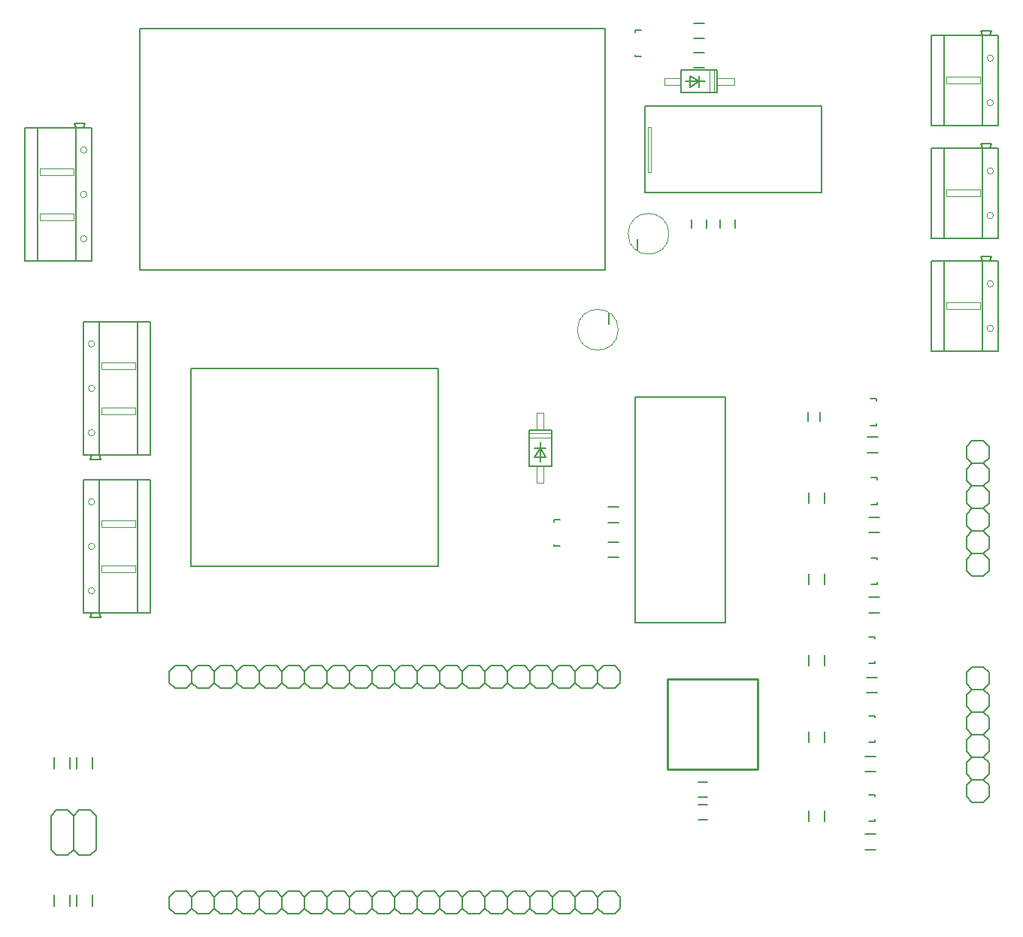
<source format=gbr>
G04 #@! TF.GenerationSoftware,KiCad,Pcbnew,(5.0.0)*
G04 #@! TF.CreationDate,2019-01-25T09:41:45+01:00*
G04 #@! TF.ProjectId,cosi_pwr,636F73695F7077722E6B696361645F70,0.1*
G04 #@! TF.SameCoordinates,Original*
G04 #@! TF.FileFunction,Legend,Bot*
G04 #@! TF.FilePolarity,Positive*
%FSLAX46Y46*%
G04 Gerber Fmt 4.6, Leading zero omitted, Abs format (unit mm)*
G04 Created by KiCad (PCBNEW (5.0.0)) date 01/25/19 09:41:45*
%MOMM*%
%LPD*%
G01*
G04 APERTURE LIST*
%ADD10C,0.150000*%
%ADD11C,0.127000*%
%ADD12C,0.203200*%
%ADD13C,0.066040*%
%ADD14C,0.152400*%
%ADD15C,0.101600*%
%ADD16C,0.254000*%
%ADD17C,0.076200*%
G04 APERTURE END LIST*
D10*
G04 #@! TO.C,R1*
X135798000Y-95363000D02*
X136998000Y-95363000D01*
X136998000Y-93613000D02*
X135798000Y-93613000D01*
G04 #@! TO.C,R2*
X136998000Y-97550000D02*
X135798000Y-97550000D01*
X135798000Y-99300000D02*
X136998000Y-99300000D01*
G04 #@! TO.C,R5*
X145450000Y-40880000D02*
X146650000Y-40880000D01*
X146650000Y-39130000D02*
X145450000Y-39130000D01*
G04 #@! TO.C,R6*
X146650000Y-42432000D02*
X145450000Y-42432000D01*
X145450000Y-44182000D02*
X146650000Y-44182000D01*
G04 #@! TO.C,R7*
X160133000Y-102327000D02*
X160133000Y-101127000D01*
X158383000Y-101127000D02*
X158383000Y-102327000D01*
G04 #@! TO.C,R8*
X165135000Y-105523000D02*
X166335000Y-105523000D01*
X166335000Y-103773000D02*
X165135000Y-103773000D01*
G04 #@! TO.C,R12*
X165008000Y-87489000D02*
X166208000Y-87489000D01*
X166208000Y-85739000D02*
X165008000Y-85739000D01*
G04 #@! TO.C,R13*
X160133000Y-93183000D02*
X160133000Y-91983000D01*
X158383000Y-91983000D02*
X158383000Y-93183000D01*
G04 #@! TO.C,R14*
X165135000Y-96506000D02*
X166335000Y-96506000D01*
X166335000Y-94756000D02*
X165135000Y-94756000D01*
G04 #@! TO.C,R15*
X160133000Y-111471000D02*
X160133000Y-110271000D01*
X158383000Y-110271000D02*
X158383000Y-111471000D01*
G04 #@! TO.C,R17*
X160133000Y-120107000D02*
X160133000Y-118907000D01*
X158383000Y-118907000D02*
X158383000Y-120107000D01*
G04 #@! TO.C,R19*
X160133000Y-128997000D02*
X160133000Y-127797000D01*
X158383000Y-127797000D02*
X158383000Y-128997000D01*
G04 #@! TO.C,R20*
X164754000Y-132193000D02*
X165954000Y-132193000D01*
X165954000Y-130443000D02*
X164754000Y-130443000D01*
G04 #@! TO.C,R21*
X73420000Y-137322000D02*
X73420000Y-138522000D01*
X75170000Y-138522000D02*
X75170000Y-137322000D01*
G04 #@! TO.C,R22*
X75960000Y-137322000D02*
X75960000Y-138522000D01*
X77710000Y-138522000D02*
X77710000Y-137322000D01*
G04 #@! TO.C,R9*
X75960000Y-121828000D02*
X75960000Y-123028000D01*
X77710000Y-123028000D02*
X77710000Y-121828000D01*
G04 #@! TO.C,R10*
X73420000Y-121828000D02*
X73420000Y-123028000D01*
X75170000Y-123028000D02*
X75170000Y-121828000D01*
G04 #@! TO.C,R18*
X164754000Y-123430000D02*
X165954000Y-123430000D01*
X165954000Y-121680000D02*
X164754000Y-121680000D01*
G04 #@! TO.C,R16*
X164881000Y-114540000D02*
X166081000Y-114540000D01*
X166081000Y-112790000D02*
X164881000Y-112790000D01*
D11*
G04 #@! TO.C,U1*
X83022440Y-66939160D02*
X83022440Y-39740840D01*
X83022440Y-39740840D02*
X135417560Y-39740840D01*
X135417560Y-39740840D02*
X135417560Y-66939160D01*
X135417560Y-66939160D02*
X83022440Y-66939160D01*
D12*
G04 #@! TO.C,K1*
X88806020Y-100302060D02*
X88806020Y-78005940D01*
X88806020Y-78005940D02*
X116603780Y-78005940D01*
X116603780Y-78005940D02*
X116603780Y-100302060D01*
X116603780Y-100302060D02*
X88806020Y-100302060D01*
D13*
G04 #@! TO.C,D1*
X126873000Y-85344000D02*
X126873000Y-85852000D01*
X126873000Y-85852000D02*
X129413000Y-85852000D01*
X129413000Y-85344000D02*
X129413000Y-85852000D01*
X126873000Y-85344000D02*
X129413000Y-85344000D01*
X127762000Y-89027000D02*
X127762000Y-90932000D01*
X127762000Y-90932000D02*
X128524000Y-90932000D01*
X128524000Y-89027000D02*
X128524000Y-90932000D01*
X127762000Y-89027000D02*
X128524000Y-89027000D01*
X127762000Y-83058000D02*
X127762000Y-84963000D01*
X127762000Y-84963000D02*
X128524000Y-84963000D01*
X128524000Y-83058000D02*
X128524000Y-84963000D01*
X127762000Y-83058000D02*
X128524000Y-83058000D01*
D14*
X126873000Y-89027000D02*
X126873000Y-84963000D01*
X126873000Y-89027000D02*
X129413000Y-89027000D01*
X129413000Y-84963000D02*
X129413000Y-89027000D01*
X129413000Y-84963000D02*
X126873000Y-84963000D01*
X128143000Y-86360000D02*
X128143000Y-86995000D01*
X128778000Y-88011000D02*
X127508000Y-88011000D01*
X127508000Y-88011000D02*
X128143000Y-86995000D01*
X128143000Y-86995000D02*
X128143000Y-88519000D01*
X128143000Y-86995000D02*
X128778000Y-88011000D01*
X128778000Y-86995000D02*
X128143000Y-86995000D01*
X128143000Y-86995000D02*
X127508000Y-86995000D01*
D12*
G04 #@! TO.C,C1*
X139065000Y-63500000D02*
X139065000Y-64770000D01*
D15*
X142630353Y-62865000D02*
G75*
G03X142630353Y-62865000I-2295353J0D01*
G01*
D12*
G04 #@! TO.C,C5*
X135890000Y-73025000D02*
X135890000Y-71755000D01*
D15*
X136915353Y-73660000D02*
G75*
G03X136915353Y-73660000I-2295353J0D01*
G01*
D14*
G04 #@! TO.C,IO1*
X132715000Y-111506000D02*
X133985000Y-111506000D01*
X133985000Y-111506000D02*
X134620000Y-112141000D01*
X134620000Y-112141000D02*
X134620000Y-113411000D01*
X134620000Y-113411000D02*
X133985000Y-114046000D01*
X129540000Y-112141000D02*
X130175000Y-111506000D01*
X130175000Y-111506000D02*
X131445000Y-111506000D01*
X131445000Y-111506000D02*
X132080000Y-112141000D01*
X132080000Y-112141000D02*
X132080000Y-113411000D01*
X132080000Y-113411000D02*
X131445000Y-114046000D01*
X131445000Y-114046000D02*
X130175000Y-114046000D01*
X130175000Y-114046000D02*
X129540000Y-113411000D01*
X132715000Y-111506000D02*
X132080000Y-112141000D01*
X132080000Y-113411000D02*
X132715000Y-114046000D01*
X133985000Y-114046000D02*
X132715000Y-114046000D01*
X125095000Y-111506000D02*
X126365000Y-111506000D01*
X126365000Y-111506000D02*
X127000000Y-112141000D01*
X127000000Y-112141000D02*
X127000000Y-113411000D01*
X127000000Y-113411000D02*
X126365000Y-114046000D01*
X127000000Y-112141000D02*
X127635000Y-111506000D01*
X127635000Y-111506000D02*
X128905000Y-111506000D01*
X128905000Y-111506000D02*
X129540000Y-112141000D01*
X129540000Y-112141000D02*
X129540000Y-113411000D01*
X129540000Y-113411000D02*
X128905000Y-114046000D01*
X128905000Y-114046000D02*
X127635000Y-114046000D01*
X127635000Y-114046000D02*
X127000000Y-113411000D01*
X121920000Y-112141000D02*
X122555000Y-111506000D01*
X122555000Y-111506000D02*
X123825000Y-111506000D01*
X123825000Y-111506000D02*
X124460000Y-112141000D01*
X124460000Y-112141000D02*
X124460000Y-113411000D01*
X124460000Y-113411000D02*
X123825000Y-114046000D01*
X123825000Y-114046000D02*
X122555000Y-114046000D01*
X122555000Y-114046000D02*
X121920000Y-113411000D01*
X125095000Y-111506000D02*
X124460000Y-112141000D01*
X124460000Y-113411000D02*
X125095000Y-114046000D01*
X126365000Y-114046000D02*
X125095000Y-114046000D01*
X117475000Y-111506000D02*
X118745000Y-111506000D01*
X118745000Y-111506000D02*
X119380000Y-112141000D01*
X119380000Y-112141000D02*
X119380000Y-113411000D01*
X119380000Y-113411000D02*
X118745000Y-114046000D01*
X119380000Y-112141000D02*
X120015000Y-111506000D01*
X120015000Y-111506000D02*
X121285000Y-111506000D01*
X121285000Y-111506000D02*
X121920000Y-112141000D01*
X121920000Y-112141000D02*
X121920000Y-113411000D01*
X121920000Y-113411000D02*
X121285000Y-114046000D01*
X121285000Y-114046000D02*
X120015000Y-114046000D01*
X120015000Y-114046000D02*
X119380000Y-113411000D01*
X114300000Y-112141000D02*
X114935000Y-111506000D01*
X114935000Y-111506000D02*
X116205000Y-111506000D01*
X116205000Y-111506000D02*
X116840000Y-112141000D01*
X116840000Y-112141000D02*
X116840000Y-113411000D01*
X116840000Y-113411000D02*
X116205000Y-114046000D01*
X116205000Y-114046000D02*
X114935000Y-114046000D01*
X114935000Y-114046000D02*
X114300000Y-113411000D01*
X117475000Y-111506000D02*
X116840000Y-112141000D01*
X116840000Y-113411000D02*
X117475000Y-114046000D01*
X118745000Y-114046000D02*
X117475000Y-114046000D01*
X109855000Y-111506000D02*
X111125000Y-111506000D01*
X111125000Y-111506000D02*
X111760000Y-112141000D01*
X111760000Y-112141000D02*
X111760000Y-113411000D01*
X111760000Y-113411000D02*
X111125000Y-114046000D01*
X111760000Y-112141000D02*
X112395000Y-111506000D01*
X112395000Y-111506000D02*
X113665000Y-111506000D01*
X113665000Y-111506000D02*
X114300000Y-112141000D01*
X114300000Y-112141000D02*
X114300000Y-113411000D01*
X114300000Y-113411000D02*
X113665000Y-114046000D01*
X113665000Y-114046000D02*
X112395000Y-114046000D01*
X112395000Y-114046000D02*
X111760000Y-113411000D01*
X106680000Y-112141000D02*
X107315000Y-111506000D01*
X107315000Y-111506000D02*
X108585000Y-111506000D01*
X108585000Y-111506000D02*
X109220000Y-112141000D01*
X109220000Y-112141000D02*
X109220000Y-113411000D01*
X109220000Y-113411000D02*
X108585000Y-114046000D01*
X108585000Y-114046000D02*
X107315000Y-114046000D01*
X107315000Y-114046000D02*
X106680000Y-113411000D01*
X109855000Y-111506000D02*
X109220000Y-112141000D01*
X109220000Y-113411000D02*
X109855000Y-114046000D01*
X111125000Y-114046000D02*
X109855000Y-114046000D01*
X102235000Y-111506000D02*
X103505000Y-111506000D01*
X103505000Y-111506000D02*
X104140000Y-112141000D01*
X104140000Y-112141000D02*
X104140000Y-113411000D01*
X104140000Y-113411000D02*
X103505000Y-114046000D01*
X104140000Y-112141000D02*
X104775000Y-111506000D01*
X104775000Y-111506000D02*
X106045000Y-111506000D01*
X106045000Y-111506000D02*
X106680000Y-112141000D01*
X106680000Y-112141000D02*
X106680000Y-113411000D01*
X106680000Y-113411000D02*
X106045000Y-114046000D01*
X106045000Y-114046000D02*
X104775000Y-114046000D01*
X104775000Y-114046000D02*
X104140000Y-113411000D01*
X99060000Y-112141000D02*
X99695000Y-111506000D01*
X99695000Y-111506000D02*
X100965000Y-111506000D01*
X100965000Y-111506000D02*
X101600000Y-112141000D01*
X101600000Y-112141000D02*
X101600000Y-113411000D01*
X101600000Y-113411000D02*
X100965000Y-114046000D01*
X100965000Y-114046000D02*
X99695000Y-114046000D01*
X99695000Y-114046000D02*
X99060000Y-113411000D01*
X102235000Y-111506000D02*
X101600000Y-112141000D01*
X101600000Y-113411000D02*
X102235000Y-114046000D01*
X103505000Y-114046000D02*
X102235000Y-114046000D01*
X94615000Y-111506000D02*
X95885000Y-111506000D01*
X95885000Y-111506000D02*
X96520000Y-112141000D01*
X96520000Y-112141000D02*
X96520000Y-113411000D01*
X96520000Y-113411000D02*
X95885000Y-114046000D01*
X96520000Y-112141000D02*
X97155000Y-111506000D01*
X97155000Y-111506000D02*
X98425000Y-111506000D01*
X98425000Y-111506000D02*
X99060000Y-112141000D01*
X99060000Y-112141000D02*
X99060000Y-113411000D01*
X99060000Y-113411000D02*
X98425000Y-114046000D01*
X98425000Y-114046000D02*
X97155000Y-114046000D01*
X97155000Y-114046000D02*
X96520000Y-113411000D01*
X91440000Y-112141000D02*
X92075000Y-111506000D01*
X92075000Y-111506000D02*
X93345000Y-111506000D01*
X93345000Y-111506000D02*
X93980000Y-112141000D01*
X93980000Y-112141000D02*
X93980000Y-113411000D01*
X93980000Y-113411000D02*
X93345000Y-114046000D01*
X93345000Y-114046000D02*
X92075000Y-114046000D01*
X92075000Y-114046000D02*
X91440000Y-113411000D01*
X94615000Y-111506000D02*
X93980000Y-112141000D01*
X93980000Y-113411000D02*
X94615000Y-114046000D01*
X95885000Y-114046000D02*
X94615000Y-114046000D01*
X86995000Y-111506000D02*
X88265000Y-111506000D01*
X88265000Y-111506000D02*
X88900000Y-112141000D01*
X88900000Y-112141000D02*
X88900000Y-113411000D01*
X88900000Y-113411000D02*
X88265000Y-114046000D01*
X88900000Y-112141000D02*
X89535000Y-111506000D01*
X89535000Y-111506000D02*
X90805000Y-111506000D01*
X90805000Y-111506000D02*
X91440000Y-112141000D01*
X91440000Y-112141000D02*
X91440000Y-113411000D01*
X91440000Y-113411000D02*
X90805000Y-114046000D01*
X90805000Y-114046000D02*
X89535000Y-114046000D01*
X89535000Y-114046000D02*
X88900000Y-113411000D01*
X86360000Y-112141000D02*
X86360000Y-113411000D01*
X86995000Y-111506000D02*
X86360000Y-112141000D01*
X86360000Y-113411000D02*
X86995000Y-114046000D01*
X88265000Y-114046000D02*
X86995000Y-114046000D01*
X135255000Y-111506000D02*
X136525000Y-111506000D01*
X136525000Y-111506000D02*
X137160000Y-112141000D01*
X137160000Y-112141000D02*
X137160000Y-113411000D01*
X137160000Y-113411000D02*
X136525000Y-114046000D01*
X135255000Y-111506000D02*
X134620000Y-112141000D01*
X134620000Y-113411000D02*
X135255000Y-114046000D01*
X136525000Y-114046000D02*
X135255000Y-114046000D01*
G04 #@! TO.C,IO2*
X132715000Y-136906000D02*
X133985000Y-136906000D01*
X133985000Y-136906000D02*
X134620000Y-137541000D01*
X134620000Y-137541000D02*
X134620000Y-138811000D01*
X134620000Y-138811000D02*
X133985000Y-139446000D01*
X129540000Y-137541000D02*
X130175000Y-136906000D01*
X130175000Y-136906000D02*
X131445000Y-136906000D01*
X131445000Y-136906000D02*
X132080000Y-137541000D01*
X132080000Y-137541000D02*
X132080000Y-138811000D01*
X132080000Y-138811000D02*
X131445000Y-139446000D01*
X131445000Y-139446000D02*
X130175000Y-139446000D01*
X130175000Y-139446000D02*
X129540000Y-138811000D01*
X132715000Y-136906000D02*
X132080000Y-137541000D01*
X132080000Y-138811000D02*
X132715000Y-139446000D01*
X133985000Y-139446000D02*
X132715000Y-139446000D01*
X125095000Y-136906000D02*
X126365000Y-136906000D01*
X126365000Y-136906000D02*
X127000000Y-137541000D01*
X127000000Y-137541000D02*
X127000000Y-138811000D01*
X127000000Y-138811000D02*
X126365000Y-139446000D01*
X127000000Y-137541000D02*
X127635000Y-136906000D01*
X127635000Y-136906000D02*
X128905000Y-136906000D01*
X128905000Y-136906000D02*
X129540000Y-137541000D01*
X129540000Y-137541000D02*
X129540000Y-138811000D01*
X129540000Y-138811000D02*
X128905000Y-139446000D01*
X128905000Y-139446000D02*
X127635000Y-139446000D01*
X127635000Y-139446000D02*
X127000000Y-138811000D01*
X121920000Y-137541000D02*
X122555000Y-136906000D01*
X122555000Y-136906000D02*
X123825000Y-136906000D01*
X123825000Y-136906000D02*
X124460000Y-137541000D01*
X124460000Y-137541000D02*
X124460000Y-138811000D01*
X124460000Y-138811000D02*
X123825000Y-139446000D01*
X123825000Y-139446000D02*
X122555000Y-139446000D01*
X122555000Y-139446000D02*
X121920000Y-138811000D01*
X125095000Y-136906000D02*
X124460000Y-137541000D01*
X124460000Y-138811000D02*
X125095000Y-139446000D01*
X126365000Y-139446000D02*
X125095000Y-139446000D01*
X117475000Y-136906000D02*
X118745000Y-136906000D01*
X118745000Y-136906000D02*
X119380000Y-137541000D01*
X119380000Y-137541000D02*
X119380000Y-138811000D01*
X119380000Y-138811000D02*
X118745000Y-139446000D01*
X119380000Y-137541000D02*
X120015000Y-136906000D01*
X120015000Y-136906000D02*
X121285000Y-136906000D01*
X121285000Y-136906000D02*
X121920000Y-137541000D01*
X121920000Y-137541000D02*
X121920000Y-138811000D01*
X121920000Y-138811000D02*
X121285000Y-139446000D01*
X121285000Y-139446000D02*
X120015000Y-139446000D01*
X120015000Y-139446000D02*
X119380000Y-138811000D01*
X114300000Y-137541000D02*
X114935000Y-136906000D01*
X114935000Y-136906000D02*
X116205000Y-136906000D01*
X116205000Y-136906000D02*
X116840000Y-137541000D01*
X116840000Y-137541000D02*
X116840000Y-138811000D01*
X116840000Y-138811000D02*
X116205000Y-139446000D01*
X116205000Y-139446000D02*
X114935000Y-139446000D01*
X114935000Y-139446000D02*
X114300000Y-138811000D01*
X117475000Y-136906000D02*
X116840000Y-137541000D01*
X116840000Y-138811000D02*
X117475000Y-139446000D01*
X118745000Y-139446000D02*
X117475000Y-139446000D01*
X109855000Y-136906000D02*
X111125000Y-136906000D01*
X111125000Y-136906000D02*
X111760000Y-137541000D01*
X111760000Y-137541000D02*
X111760000Y-138811000D01*
X111760000Y-138811000D02*
X111125000Y-139446000D01*
X111760000Y-137541000D02*
X112395000Y-136906000D01*
X112395000Y-136906000D02*
X113665000Y-136906000D01*
X113665000Y-136906000D02*
X114300000Y-137541000D01*
X114300000Y-137541000D02*
X114300000Y-138811000D01*
X114300000Y-138811000D02*
X113665000Y-139446000D01*
X113665000Y-139446000D02*
X112395000Y-139446000D01*
X112395000Y-139446000D02*
X111760000Y-138811000D01*
X106680000Y-137541000D02*
X107315000Y-136906000D01*
X107315000Y-136906000D02*
X108585000Y-136906000D01*
X108585000Y-136906000D02*
X109220000Y-137541000D01*
X109220000Y-137541000D02*
X109220000Y-138811000D01*
X109220000Y-138811000D02*
X108585000Y-139446000D01*
X108585000Y-139446000D02*
X107315000Y-139446000D01*
X107315000Y-139446000D02*
X106680000Y-138811000D01*
X109855000Y-136906000D02*
X109220000Y-137541000D01*
X109220000Y-138811000D02*
X109855000Y-139446000D01*
X111125000Y-139446000D02*
X109855000Y-139446000D01*
X102235000Y-136906000D02*
X103505000Y-136906000D01*
X103505000Y-136906000D02*
X104140000Y-137541000D01*
X104140000Y-137541000D02*
X104140000Y-138811000D01*
X104140000Y-138811000D02*
X103505000Y-139446000D01*
X104140000Y-137541000D02*
X104775000Y-136906000D01*
X104775000Y-136906000D02*
X106045000Y-136906000D01*
X106045000Y-136906000D02*
X106680000Y-137541000D01*
X106680000Y-137541000D02*
X106680000Y-138811000D01*
X106680000Y-138811000D02*
X106045000Y-139446000D01*
X106045000Y-139446000D02*
X104775000Y-139446000D01*
X104775000Y-139446000D02*
X104140000Y-138811000D01*
X99060000Y-137541000D02*
X99695000Y-136906000D01*
X99695000Y-136906000D02*
X100965000Y-136906000D01*
X100965000Y-136906000D02*
X101600000Y-137541000D01*
X101600000Y-137541000D02*
X101600000Y-138811000D01*
X101600000Y-138811000D02*
X100965000Y-139446000D01*
X100965000Y-139446000D02*
X99695000Y-139446000D01*
X99695000Y-139446000D02*
X99060000Y-138811000D01*
X102235000Y-136906000D02*
X101600000Y-137541000D01*
X101600000Y-138811000D02*
X102235000Y-139446000D01*
X103505000Y-139446000D02*
X102235000Y-139446000D01*
X94615000Y-136906000D02*
X95885000Y-136906000D01*
X95885000Y-136906000D02*
X96520000Y-137541000D01*
X96520000Y-137541000D02*
X96520000Y-138811000D01*
X96520000Y-138811000D02*
X95885000Y-139446000D01*
X96520000Y-137541000D02*
X97155000Y-136906000D01*
X97155000Y-136906000D02*
X98425000Y-136906000D01*
X98425000Y-136906000D02*
X99060000Y-137541000D01*
X99060000Y-137541000D02*
X99060000Y-138811000D01*
X99060000Y-138811000D02*
X98425000Y-139446000D01*
X98425000Y-139446000D02*
X97155000Y-139446000D01*
X97155000Y-139446000D02*
X96520000Y-138811000D01*
X91440000Y-137541000D02*
X92075000Y-136906000D01*
X92075000Y-136906000D02*
X93345000Y-136906000D01*
X93345000Y-136906000D02*
X93980000Y-137541000D01*
X93980000Y-137541000D02*
X93980000Y-138811000D01*
X93980000Y-138811000D02*
X93345000Y-139446000D01*
X93345000Y-139446000D02*
X92075000Y-139446000D01*
X92075000Y-139446000D02*
X91440000Y-138811000D01*
X94615000Y-136906000D02*
X93980000Y-137541000D01*
X93980000Y-138811000D02*
X94615000Y-139446000D01*
X95885000Y-139446000D02*
X94615000Y-139446000D01*
X86995000Y-136906000D02*
X88265000Y-136906000D01*
X88265000Y-136906000D02*
X88900000Y-137541000D01*
X88900000Y-137541000D02*
X88900000Y-138811000D01*
X88900000Y-138811000D02*
X88265000Y-139446000D01*
X88900000Y-137541000D02*
X89535000Y-136906000D01*
X89535000Y-136906000D02*
X90805000Y-136906000D01*
X90805000Y-136906000D02*
X91440000Y-137541000D01*
X91440000Y-137541000D02*
X91440000Y-138811000D01*
X91440000Y-138811000D02*
X90805000Y-139446000D01*
X90805000Y-139446000D02*
X89535000Y-139446000D01*
X89535000Y-139446000D02*
X88900000Y-138811000D01*
X86360000Y-137541000D02*
X86360000Y-138811000D01*
X86995000Y-136906000D02*
X86360000Y-137541000D01*
X86360000Y-138811000D02*
X86995000Y-139446000D01*
X88265000Y-139446000D02*
X86995000Y-139446000D01*
X135255000Y-136906000D02*
X136525000Y-136906000D01*
X136525000Y-136906000D02*
X137160000Y-137541000D01*
X137160000Y-137541000D02*
X137160000Y-138811000D01*
X137160000Y-138811000D02*
X136525000Y-139446000D01*
X135255000Y-136906000D02*
X134620000Y-137541000D01*
X134620000Y-138811000D02*
X135255000Y-139446000D01*
X136525000Y-139446000D02*
X135255000Y-139446000D01*
G04 #@! TO.C,JP1*
X78105000Y-128397000D02*
X77470000Y-127762000D01*
X76200000Y-127762000D02*
X75565000Y-128397000D01*
X75565000Y-128397000D02*
X74930000Y-127762000D01*
X73660000Y-127762000D02*
X73025000Y-128397000D01*
X78105000Y-128397000D02*
X78105000Y-132207000D01*
X78105000Y-132207000D02*
X77470000Y-132842000D01*
X77470000Y-132842000D02*
X76200000Y-132842000D01*
X76200000Y-132842000D02*
X75565000Y-132207000D01*
X75565000Y-132207000D02*
X74930000Y-132842000D01*
X74930000Y-132842000D02*
X73660000Y-132842000D01*
X73660000Y-132842000D02*
X73025000Y-132207000D01*
X75565000Y-132207000D02*
X75565000Y-128397000D01*
X73025000Y-132207000D02*
X73025000Y-128397000D01*
X74930000Y-127762000D02*
X73660000Y-127762000D01*
X77470000Y-127762000D02*
X76200000Y-127762000D01*
G04 #@! TO.C,JP2*
X178689000Y-94424500D02*
X178689000Y-95694500D01*
X178689000Y-95694500D02*
X178054000Y-96329500D01*
X178054000Y-96329500D02*
X176784000Y-96329500D01*
X176784000Y-96329500D02*
X176149000Y-95694500D01*
X178054000Y-96329500D02*
X178689000Y-96964500D01*
X178689000Y-96964500D02*
X178689000Y-98234500D01*
X178689000Y-98234500D02*
X178054000Y-98869500D01*
X178054000Y-98869500D02*
X176784000Y-98869500D01*
X176784000Y-98869500D02*
X176149000Y-98234500D01*
X176149000Y-98234500D02*
X176149000Y-96964500D01*
X176149000Y-96964500D02*
X176784000Y-96329500D01*
X178054000Y-91249500D02*
X178689000Y-91884500D01*
X178689000Y-91884500D02*
X178689000Y-93154500D01*
X178689000Y-93154500D02*
X178054000Y-93789500D01*
X178054000Y-93789500D02*
X176784000Y-93789500D01*
X176784000Y-93789500D02*
X176149000Y-93154500D01*
X176149000Y-93154500D02*
X176149000Y-91884500D01*
X176149000Y-91884500D02*
X176784000Y-91249500D01*
X178689000Y-94424500D02*
X178054000Y-93789500D01*
X176784000Y-93789500D02*
X176149000Y-94424500D01*
X176149000Y-95694500D02*
X176149000Y-94424500D01*
X178689000Y-86804500D02*
X178689000Y-88074500D01*
X178689000Y-88074500D02*
X178054000Y-88709500D01*
X178054000Y-88709500D02*
X176784000Y-88709500D01*
X176784000Y-88709500D02*
X176149000Y-88074500D01*
X178054000Y-88709500D02*
X178689000Y-89344500D01*
X178689000Y-89344500D02*
X178689000Y-90614500D01*
X178689000Y-90614500D02*
X178054000Y-91249500D01*
X178054000Y-91249500D02*
X176784000Y-91249500D01*
X176784000Y-91249500D02*
X176149000Y-90614500D01*
X176149000Y-90614500D02*
X176149000Y-89344500D01*
X176149000Y-89344500D02*
X176784000Y-88709500D01*
X178054000Y-86169500D02*
X176784000Y-86169500D01*
X178689000Y-86804500D02*
X178054000Y-86169500D01*
X176784000Y-86169500D02*
X176149000Y-86804500D01*
X176149000Y-88074500D02*
X176149000Y-86804500D01*
X178689000Y-99504500D02*
X178689000Y-100774500D01*
X178689000Y-100774500D02*
X178054000Y-101409500D01*
X178054000Y-101409500D02*
X176784000Y-101409500D01*
X176784000Y-101409500D02*
X176149000Y-100774500D01*
X178689000Y-99504500D02*
X178054000Y-98869500D01*
X176784000Y-98869500D02*
X176149000Y-99504500D01*
X176149000Y-100774500D02*
X176149000Y-99504500D01*
G04 #@! TO.C,JP3*
X178689000Y-119888000D02*
X178689000Y-121158000D01*
X178689000Y-121158000D02*
X178054000Y-121793000D01*
X178054000Y-121793000D02*
X176784000Y-121793000D01*
X176784000Y-121793000D02*
X176149000Y-121158000D01*
X178054000Y-121793000D02*
X178689000Y-122428000D01*
X178689000Y-122428000D02*
X178689000Y-123698000D01*
X178689000Y-123698000D02*
X178054000Y-124333000D01*
X178054000Y-124333000D02*
X176784000Y-124333000D01*
X176784000Y-124333000D02*
X176149000Y-123698000D01*
X176149000Y-123698000D02*
X176149000Y-122428000D01*
X176149000Y-122428000D02*
X176784000Y-121793000D01*
X178054000Y-116713000D02*
X178689000Y-117348000D01*
X178689000Y-117348000D02*
X178689000Y-118618000D01*
X178689000Y-118618000D02*
X178054000Y-119253000D01*
X178054000Y-119253000D02*
X176784000Y-119253000D01*
X176784000Y-119253000D02*
X176149000Y-118618000D01*
X176149000Y-118618000D02*
X176149000Y-117348000D01*
X176149000Y-117348000D02*
X176784000Y-116713000D01*
X178689000Y-119888000D02*
X178054000Y-119253000D01*
X176784000Y-119253000D02*
X176149000Y-119888000D01*
X176149000Y-121158000D02*
X176149000Y-119888000D01*
X178689000Y-112268000D02*
X178689000Y-113538000D01*
X178689000Y-113538000D02*
X178054000Y-114173000D01*
X178054000Y-114173000D02*
X176784000Y-114173000D01*
X176784000Y-114173000D02*
X176149000Y-113538000D01*
X178054000Y-114173000D02*
X178689000Y-114808000D01*
X178689000Y-114808000D02*
X178689000Y-116078000D01*
X178689000Y-116078000D02*
X178054000Y-116713000D01*
X178054000Y-116713000D02*
X176784000Y-116713000D01*
X176784000Y-116713000D02*
X176149000Y-116078000D01*
X176149000Y-116078000D02*
X176149000Y-114808000D01*
X176149000Y-114808000D02*
X176784000Y-114173000D01*
X178054000Y-111633000D02*
X176784000Y-111633000D01*
X178689000Y-112268000D02*
X178054000Y-111633000D01*
X176784000Y-111633000D02*
X176149000Y-112268000D01*
X176149000Y-113538000D02*
X176149000Y-112268000D01*
X178689000Y-124968000D02*
X178689000Y-126238000D01*
X178689000Y-126238000D02*
X178054000Y-126873000D01*
X178054000Y-126873000D02*
X176784000Y-126873000D01*
X176784000Y-126873000D02*
X176149000Y-126238000D01*
X178689000Y-124968000D02*
X178054000Y-124333000D01*
X176784000Y-124333000D02*
X176149000Y-124968000D01*
X176149000Y-126238000D02*
X176149000Y-124968000D01*
D11*
G04 #@! TO.C,L1*
X148971000Y-81280000D02*
X138811000Y-81280000D01*
X138811000Y-81280000D02*
X138811000Y-106680000D01*
X138811000Y-106680000D02*
X148971000Y-106680000D01*
X148971000Y-106680000D02*
X148971000Y-81280000D01*
D16*
G04 #@! TO.C,U2*
X152654000Y-113030000D02*
X142494000Y-113030000D01*
X142494000Y-113030000D02*
X142494000Y-123190000D01*
X142494000Y-123190000D02*
X152654000Y-123190000D01*
X152654000Y-123190000D02*
X152654000Y-113030000D01*
D13*
G04 #@! TO.C,X1*
X71755000Y-55524400D02*
X71755000Y-56286400D01*
X71755000Y-56286400D02*
X75565000Y-56286400D01*
X75565000Y-55524400D02*
X75565000Y-56286400D01*
X71755000Y-55524400D02*
X75565000Y-55524400D01*
X71755000Y-60553600D02*
X71755000Y-61315600D01*
X71755000Y-61315600D02*
X75565000Y-61315600D01*
X75565000Y-60553600D02*
X75565000Y-61315600D01*
X71755000Y-60553600D02*
X75565000Y-60553600D01*
D14*
X70104000Y-50901600D02*
X71501000Y-50901600D01*
X77597000Y-65938400D02*
X77597000Y-50901600D01*
X77597000Y-65938400D02*
X75819000Y-65938400D01*
X70104000Y-50901600D02*
X70104000Y-65938400D01*
X76708000Y-50901600D02*
X76835000Y-50393600D01*
X76708000Y-50901600D02*
X77597000Y-50901600D01*
X76835000Y-50393600D02*
X75692000Y-50393600D01*
X75692000Y-50393600D02*
X75819000Y-50901600D01*
X75819000Y-50901600D02*
X76708000Y-50901600D01*
X75819000Y-50901600D02*
X75819000Y-65938400D01*
X75819000Y-65938400D02*
X71501000Y-65938400D01*
X71501000Y-50901600D02*
X71501000Y-65938400D01*
X71501000Y-50901600D02*
X75819000Y-50901600D01*
X71501000Y-65938400D02*
X70104000Y-65938400D01*
D17*
X77067210Y-58420000D02*
G75*
G03X77067210Y-58420000I-359210J0D01*
G01*
X77067210Y-53416200D02*
G75*
G03X77067210Y-53416200I-359210J0D01*
G01*
X77067210Y-63423800D02*
G75*
G03X77067210Y-63423800I-359210J0D01*
G01*
D13*
G04 #@! TO.C,X2*
X82550000Y-100939600D02*
X82550000Y-100177600D01*
X82550000Y-100177600D02*
X78740000Y-100177600D01*
X78740000Y-100939600D02*
X78740000Y-100177600D01*
X82550000Y-100939600D02*
X78740000Y-100939600D01*
X82550000Y-95910400D02*
X82550000Y-95148400D01*
X82550000Y-95148400D02*
X78740000Y-95148400D01*
X78740000Y-95910400D02*
X78740000Y-95148400D01*
X82550000Y-95910400D02*
X78740000Y-95910400D01*
D14*
X84201000Y-105562400D02*
X82804000Y-105562400D01*
X76708000Y-90525600D02*
X76708000Y-105562400D01*
X76708000Y-90525600D02*
X78486000Y-90525600D01*
X84201000Y-105562400D02*
X84201000Y-90525600D01*
X77597000Y-105562400D02*
X77470000Y-106070400D01*
X77597000Y-105562400D02*
X76708000Y-105562400D01*
X77470000Y-106070400D02*
X78613000Y-106070400D01*
X78613000Y-106070400D02*
X78486000Y-105562400D01*
X78486000Y-105562400D02*
X77597000Y-105562400D01*
X78486000Y-105562400D02*
X78486000Y-90525600D01*
X78486000Y-90525600D02*
X82804000Y-90525600D01*
X82804000Y-105562400D02*
X82804000Y-90525600D01*
X82804000Y-105562400D02*
X78486000Y-105562400D01*
X82804000Y-90525600D02*
X84201000Y-90525600D01*
D17*
X77956210Y-98044000D02*
G75*
G03X77956210Y-98044000I-359210J0D01*
G01*
X77956210Y-103047800D02*
G75*
G03X77956210Y-103047800I-359210J0D01*
G01*
X77956210Y-93040200D02*
G75*
G03X77956210Y-93040200I-359210J0D01*
G01*
D13*
G04 #@! TO.C,X3*
X82550000Y-83159600D02*
X82550000Y-82397600D01*
X82550000Y-82397600D02*
X78740000Y-82397600D01*
X78740000Y-83159600D02*
X78740000Y-82397600D01*
X82550000Y-83159600D02*
X78740000Y-83159600D01*
X82550000Y-78130400D02*
X82550000Y-77368400D01*
X82550000Y-77368400D02*
X78740000Y-77368400D01*
X78740000Y-78130400D02*
X78740000Y-77368400D01*
X82550000Y-78130400D02*
X78740000Y-78130400D01*
D14*
X84201000Y-87782400D02*
X82804000Y-87782400D01*
X76708000Y-72745600D02*
X76708000Y-87782400D01*
X76708000Y-72745600D02*
X78486000Y-72745600D01*
X84201000Y-87782400D02*
X84201000Y-72745600D01*
X77597000Y-87782400D02*
X77470000Y-88290400D01*
X77597000Y-87782400D02*
X76708000Y-87782400D01*
X77470000Y-88290400D02*
X78613000Y-88290400D01*
X78613000Y-88290400D02*
X78486000Y-87782400D01*
X78486000Y-87782400D02*
X77597000Y-87782400D01*
X78486000Y-87782400D02*
X78486000Y-72745600D01*
X78486000Y-72745600D02*
X82804000Y-72745600D01*
X82804000Y-87782400D02*
X82804000Y-72745600D01*
X82804000Y-87782400D02*
X78486000Y-87782400D01*
X82804000Y-72745600D02*
X84201000Y-72745600D01*
D17*
X77956210Y-80264000D02*
G75*
G03X77956210Y-80264000I-359210J0D01*
G01*
X77956210Y-85267800D02*
G75*
G03X77956210Y-85267800I-359210J0D01*
G01*
X77956210Y-75260200D02*
G75*
G03X77956210Y-75260200I-359210J0D01*
G01*
D13*
G04 #@! TO.C,X4*
X173863000Y-45212000D02*
X173863000Y-45974000D01*
X173863000Y-45974000D02*
X177673000Y-45974000D01*
X177673000Y-45212000D02*
X177673000Y-45974000D01*
X173863000Y-45212000D02*
X177673000Y-45212000D01*
D14*
X172212000Y-40513000D02*
X173609000Y-40513000D01*
X179705000Y-50673000D02*
X179705000Y-40513000D01*
X179705000Y-50673000D02*
X177927000Y-50673000D01*
X172212000Y-40513000D02*
X172212000Y-50673000D01*
X178816000Y-40513000D02*
X178943000Y-40005000D01*
X178816000Y-40513000D02*
X179705000Y-40513000D01*
X178943000Y-40005000D02*
X177800000Y-40005000D01*
X177800000Y-40005000D02*
X177927000Y-40513000D01*
X177927000Y-40513000D02*
X178816000Y-40513000D01*
X177927000Y-40513000D02*
X177927000Y-50673000D01*
X177927000Y-50673000D02*
X173609000Y-50673000D01*
X173609000Y-40513000D02*
X173609000Y-50673000D01*
X173609000Y-40513000D02*
X177927000Y-40513000D01*
X173609000Y-50673000D02*
X172212000Y-50673000D01*
D17*
X179175210Y-48107600D02*
G75*
G03X179175210Y-48107600I-359210J0D01*
G01*
X179175210Y-43078400D02*
G75*
G03X179175210Y-43078400I-359210J0D01*
G01*
D13*
G04 #@! TO.C,X5*
X173863000Y-57912000D02*
X173863000Y-58674000D01*
X173863000Y-58674000D02*
X177673000Y-58674000D01*
X177673000Y-57912000D02*
X177673000Y-58674000D01*
X173863000Y-57912000D02*
X177673000Y-57912000D01*
D14*
X172212000Y-53213000D02*
X173609000Y-53213000D01*
X179705000Y-63373000D02*
X179705000Y-53213000D01*
X179705000Y-63373000D02*
X177927000Y-63373000D01*
X172212000Y-53213000D02*
X172212000Y-63373000D01*
X178816000Y-53213000D02*
X178943000Y-52705000D01*
X178816000Y-53213000D02*
X179705000Y-53213000D01*
X178943000Y-52705000D02*
X177800000Y-52705000D01*
X177800000Y-52705000D02*
X177927000Y-53213000D01*
X177927000Y-53213000D02*
X178816000Y-53213000D01*
X177927000Y-53213000D02*
X177927000Y-63373000D01*
X177927000Y-63373000D02*
X173609000Y-63373000D01*
X173609000Y-53213000D02*
X173609000Y-63373000D01*
X173609000Y-53213000D02*
X177927000Y-53213000D01*
X173609000Y-63373000D02*
X172212000Y-63373000D01*
D17*
X179175210Y-60807600D02*
G75*
G03X179175210Y-60807600I-359210J0D01*
G01*
X179175210Y-55778400D02*
G75*
G03X179175210Y-55778400I-359210J0D01*
G01*
D13*
G04 #@! TO.C,X6*
X173863000Y-70612000D02*
X173863000Y-71374000D01*
X173863000Y-71374000D02*
X177673000Y-71374000D01*
X177673000Y-70612000D02*
X177673000Y-71374000D01*
X173863000Y-70612000D02*
X177673000Y-70612000D01*
D14*
X172212000Y-65913000D02*
X173609000Y-65913000D01*
X179705000Y-76073000D02*
X179705000Y-65913000D01*
X179705000Y-76073000D02*
X177927000Y-76073000D01*
X172212000Y-65913000D02*
X172212000Y-76073000D01*
X178816000Y-65913000D02*
X178943000Y-65405000D01*
X178816000Y-65913000D02*
X179705000Y-65913000D01*
X178943000Y-65405000D02*
X177800000Y-65405000D01*
X177800000Y-65405000D02*
X177927000Y-65913000D01*
X177927000Y-65913000D02*
X178816000Y-65913000D01*
X177927000Y-65913000D02*
X177927000Y-76073000D01*
X177927000Y-76073000D02*
X173609000Y-76073000D01*
X173609000Y-65913000D02*
X173609000Y-76073000D01*
X173609000Y-65913000D02*
X177927000Y-65913000D01*
X173609000Y-76073000D02*
X172212000Y-76073000D01*
D17*
X179175210Y-73507600D02*
G75*
G03X179175210Y-73507600I-359210J0D01*
G01*
X179175210Y-68478400D02*
G75*
G03X179175210Y-68478400I-359210J0D01*
G01*
D13*
G04 #@! TO.C,K2*
X140616940Y-50815240D02*
X140266420Y-50815240D01*
X140266420Y-50815240D02*
X140266420Y-55887620D01*
X140616940Y-55887620D02*
X140266420Y-55887620D01*
X140616940Y-50815240D02*
X140616940Y-55887620D01*
D12*
X159839660Y-58239660D02*
X139890500Y-58239660D01*
X139890500Y-58239660D02*
X139890500Y-48440340D01*
X139890500Y-48440340D02*
X159839660Y-48440340D01*
X159839660Y-48440340D02*
X159839660Y-58239660D01*
D13*
G04 #@! TO.C,D2*
X147701000Y-44450000D02*
X147193000Y-44450000D01*
X147193000Y-44450000D02*
X147193000Y-46990000D01*
X147701000Y-46990000D02*
X147193000Y-46990000D01*
X147701000Y-44450000D02*
X147701000Y-46990000D01*
X144018000Y-45339000D02*
X142113000Y-45339000D01*
X142113000Y-45339000D02*
X142113000Y-46101000D01*
X144018000Y-46101000D02*
X142113000Y-46101000D01*
X144018000Y-45339000D02*
X144018000Y-46101000D01*
X149987000Y-45339000D02*
X148082000Y-45339000D01*
X148082000Y-45339000D02*
X148082000Y-46101000D01*
X149987000Y-46101000D02*
X148082000Y-46101000D01*
X149987000Y-45339000D02*
X149987000Y-46101000D01*
D14*
X144018000Y-44450000D02*
X148082000Y-44450000D01*
X144018000Y-44450000D02*
X144018000Y-46990000D01*
X148082000Y-46990000D02*
X144018000Y-46990000D01*
X148082000Y-46990000D02*
X148082000Y-44450000D01*
X146685000Y-45720000D02*
X146050000Y-45720000D01*
X145034000Y-46355000D02*
X145034000Y-45085000D01*
X145034000Y-45085000D02*
X146050000Y-45720000D01*
X146050000Y-45720000D02*
X144526000Y-45720000D01*
X146050000Y-45720000D02*
X145034000Y-46355000D01*
X146050000Y-46355000D02*
X146050000Y-45720000D01*
X146050000Y-45720000D02*
X146050000Y-45085000D01*
D10*
G04 #@! TO.C,C7*
X146931000Y-126326000D02*
X145931000Y-126326000D01*
X145931000Y-124626000D02*
X146931000Y-124626000D01*
G04 #@! TO.C,C6*
X146931000Y-128866000D02*
X145931000Y-128866000D01*
X145931000Y-127166000D02*
X146931000Y-127166000D01*
G04 #@! TO.C,C3*
X145200000Y-62222000D02*
X145200000Y-61222000D01*
X146900000Y-61222000D02*
X146900000Y-62222000D01*
G04 #@! TO.C,C2*
X148375000Y-62222000D02*
X148375000Y-61222000D01*
X150075000Y-61222000D02*
X150075000Y-62222000D01*
G04 #@! TO.C,U5*
X139496800Y-39902180D02*
X138795760Y-39902180D01*
X138795760Y-39902180D02*
X138795760Y-40151100D01*
X138795760Y-42701160D02*
X138795760Y-42901820D01*
X138795760Y-42901820D02*
X139496800Y-42901820D01*
G04 #@! TO.C,U11*
X165176200Y-129007820D02*
X165877240Y-129007820D01*
X165877240Y-129007820D02*
X165877240Y-128758900D01*
X165877240Y-126208840D02*
X165877240Y-126008180D01*
X165877240Y-126008180D02*
X165176200Y-126008180D01*
G04 #@! TO.C,U10*
X165176200Y-120117820D02*
X165877240Y-120117820D01*
X165877240Y-120117820D02*
X165877240Y-119868900D01*
X165877240Y-117318840D02*
X165877240Y-117118180D01*
X165877240Y-117118180D02*
X165176200Y-117118180D01*
G04 #@! TO.C,U9*
X165176200Y-111227820D02*
X165877240Y-111227820D01*
X165877240Y-111227820D02*
X165877240Y-110978900D01*
X165877240Y-108428840D02*
X165877240Y-108228180D01*
X165877240Y-108228180D02*
X165176200Y-108228180D01*
G04 #@! TO.C,U8*
X165430200Y-93320820D02*
X166131240Y-93320820D01*
X166131240Y-93320820D02*
X166131240Y-93071900D01*
X166131240Y-90521840D02*
X166131240Y-90321180D01*
X166131240Y-90321180D02*
X165430200Y-90321180D01*
G04 #@! TO.C,U7*
X165303200Y-84430820D02*
X166004240Y-84430820D01*
X166004240Y-84430820D02*
X166004240Y-84181900D01*
X166004240Y-81631840D02*
X166004240Y-81431180D01*
X166004240Y-81431180D02*
X165303200Y-81431180D01*
G04 #@! TO.C,U6*
X165430200Y-102337820D02*
X166131240Y-102337820D01*
X166131240Y-102337820D02*
X166131240Y-102088900D01*
X166131240Y-99538840D02*
X166131240Y-99338180D01*
X166131240Y-99338180D02*
X165430200Y-99338180D01*
G04 #@! TO.C,U3*
X130352800Y-95020180D02*
X129651760Y-95020180D01*
X129651760Y-95020180D02*
X129651760Y-95269100D01*
X129651760Y-97819160D02*
X129651760Y-98019820D01*
X129651760Y-98019820D02*
X130352800Y-98019820D01*
G04 #@! TO.C,R11*
X159679000Y-83939000D02*
X159679000Y-82939000D01*
X158329000Y-82939000D02*
X158329000Y-83939000D01*
G04 #@! TD*
M02*

</source>
